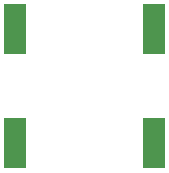
<source format=gbr>
G04 EAGLE Gerber RS-274X export*
G75*
%MOMM*%
%FSLAX34Y34*%
%LPD*%
%INSolderpaste Top*%
%IPPOS*%
%AMOC8*
5,1,8,0,0,1.08239X$1,22.5*%
G01*
%ADD10R,1.930400X4.318000*%


D10*
X-62140Y-137063D03*
X-62140Y-40543D03*
X55360Y-137063D03*
X55360Y-40543D03*
M02*

</source>
